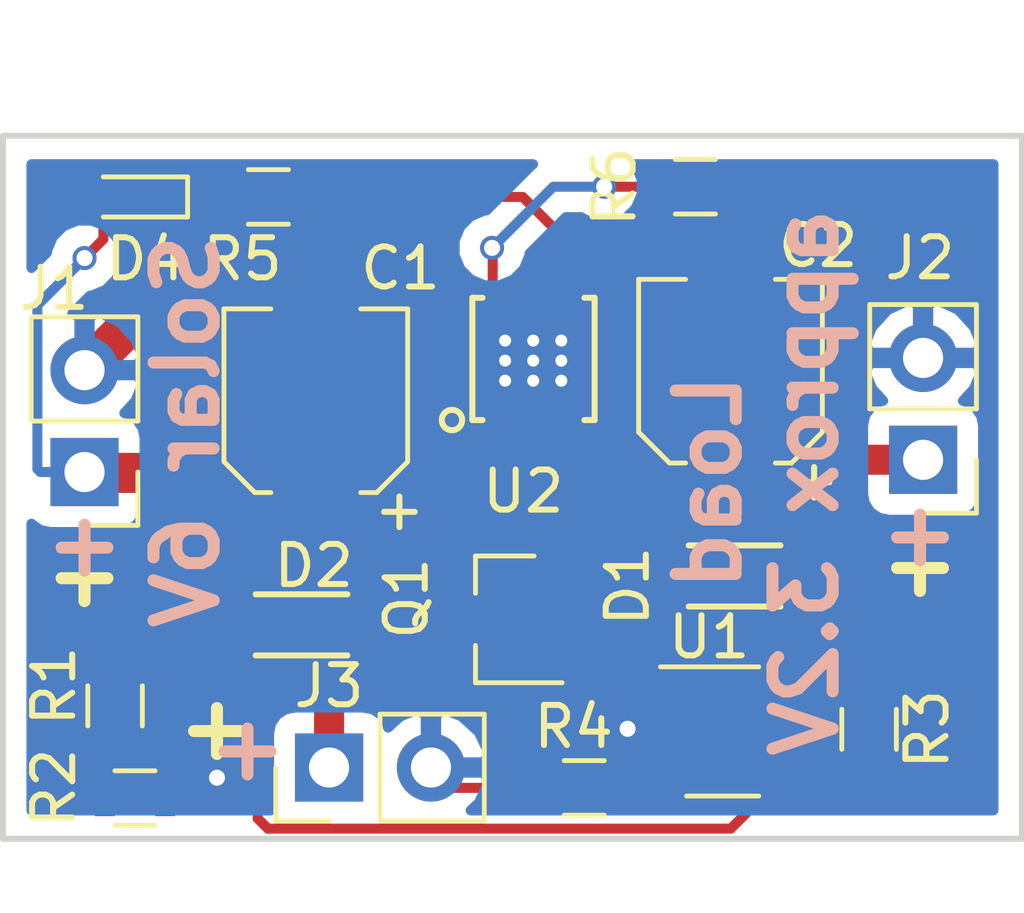
<source format=kicad_pcb>
(kicad_pcb (version 4) (host pcbnew 4.0.7-e2-6376~58~ubuntu16.04.1)

  (general
    (links 34)
    (no_connects 0)
    (area 88.824999 111.430999 114.375001 129.107001)
    (thickness 1.6)
    (drawings 15)
    (tracks 105)
    (zones 0)
    (modules 17)
    (nets 14)
  )

  (page A4)
  (layers
    (0 F.Cu signal)
    (31 B.Cu signal)
    (32 B.Adhes user)
    (33 F.Adhes user)
    (34 B.Paste user)
    (35 F.Paste user)
    (36 B.SilkS user)
    (37 F.SilkS user)
    (38 B.Mask user)
    (39 F.Mask user)
    (40 Dwgs.User user)
    (41 Cmts.User user)
    (42 Eco1.User user)
    (43 Eco2.User user)
    (44 Edge.Cuts user)
    (45 Margin user)
    (46 B.CrtYd user)
    (47 F.CrtYd user)
    (48 B.Fab user)
    (49 F.Fab user)
  )

  (setup
    (last_trace_width 0.25)
    (user_trace_width 0.5)
    (user_trace_width 0.75)
    (user_trace_width 1)
    (user_trace_width 2)
    (trace_clearance 0.2)
    (zone_clearance 0.508)
    (zone_45_only no)
    (trace_min 0.2)
    (segment_width 0.2)
    (edge_width 0.15)
    (via_size 0.6)
    (via_drill 0.4)
    (via_min_size 0.4)
    (via_min_drill 0.3)
    (uvia_size 0.3)
    (uvia_drill 0.1)
    (uvias_allowed no)
    (uvia_min_size 0.2)
    (uvia_min_drill 0.1)
    (pcb_text_width 0.3)
    (pcb_text_size 1.5 1.5)
    (mod_edge_width 0.15)
    (mod_text_size 1 1)
    (mod_text_width 0.15)
    (pad_size 1.524 1.524)
    (pad_drill 0.762)
    (pad_to_mask_clearance 0.2)
    (aux_axis_origin 0 0)
    (visible_elements FFFFFF7F)
    (pcbplotparams
      (layerselection 0x00030_80000001)
      (usegerberextensions false)
      (excludeedgelayer true)
      (linewidth 0.100000)
      (plotframeref false)
      (viasonmask false)
      (mode 1)
      (useauxorigin false)
      (hpglpennumber 1)
      (hpglpenspeed 20)
      (hpglpendiameter 15)
      (hpglpenoverlay 2)
      (psnegative false)
      (psa4output false)
      (plotreference true)
      (plotvalue true)
      (plotinvisibletext false)
      (padsonsilk false)
      (subtractmaskfromsilk false)
      (outputformat 1)
      (mirror false)
      (drillshape 1)
      (scaleselection 1)
      (outputdirectory ""))
  )

  (net 0 "")
  (net 1 VDD)
  (net 2 "Net-(D4-Pad1)")
  (net 3 GND)
  (net 4 VBAT)
  (net 5 "Net-(Q1-Pad1)")
  (net 6 "Net-(D1-Pad1)")
  (net 7 /loadsharing/VSHARED)
  (net 8 /loadsharing/HALF_VDD)
  (net 9 /loadsharing/HALF_VBAT)
  (net 10 "Net-(R5-Pad2)")
  (net 11 "Net-(R6-Pad2)")
  (net 12 "Net-(U2-Pad6)")
  (net 13 "Net-(U2-Pad5)")

  (net_class Default "This is the default net class."
    (clearance 0.2)
    (trace_width 0.25)
    (via_dia 0.6)
    (via_drill 0.4)
    (uvia_dia 0.3)
    (uvia_drill 0.1)
    (add_net /loadsharing/HALF_VBAT)
    (add_net /loadsharing/HALF_VDD)
    (add_net /loadsharing/VSHARED)
    (add_net GND)
    (add_net "Net-(D1-Pad1)")
    (add_net "Net-(D4-Pad1)")
    (add_net "Net-(Q1-Pad1)")
    (add_net "Net-(R5-Pad2)")
    (add_net "Net-(R6-Pad2)")
    (add_net "Net-(U2-Pad5)")
    (add_net "Net-(U2-Pad6)")
    (add_net VBAT)
    (add_net VDD)
  )

  (module LEDs:LED_0603 (layer F.Cu) (tedit 57FE93A5) (tstamp 5A1BAC48)
    (at 92.202 113.03 180)
    (descr "LED 0603 smd package")
    (tags "LED led 0603 SMD smd SMT smt smdled SMDLED smtled SMTLED")
    (path /5A1BA42D/5A1BB234)
    (attr smd)
    (fp_text reference D4 (at -0.254 -1.5494 180) (layer F.SilkS)
      (effects (font (size 1 1) (thickness 0.15)))
    )
    (fp_text value LED (at 2.413 -0.1778 450) (layer F.Fab)
      (effects (font (size 1 1) (thickness 0.15)))
    )
    (fp_line (start -1.3 -0.5) (end -1.3 0.5) (layer F.SilkS) (width 0.12))
    (fp_line (start -0.2 -0.2) (end -0.2 0.2) (layer F.Fab) (width 0.1))
    (fp_line (start -0.15 0) (end 0.15 -0.2) (layer F.Fab) (width 0.1))
    (fp_line (start 0.15 0.2) (end -0.15 0) (layer F.Fab) (width 0.1))
    (fp_line (start 0.15 -0.2) (end 0.15 0.2) (layer F.Fab) (width 0.1))
    (fp_line (start 0.8 0.4) (end -0.8 0.4) (layer F.Fab) (width 0.1))
    (fp_line (start 0.8 -0.4) (end 0.8 0.4) (layer F.Fab) (width 0.1))
    (fp_line (start -0.8 -0.4) (end 0.8 -0.4) (layer F.Fab) (width 0.1))
    (fp_line (start -0.8 0.4) (end -0.8 -0.4) (layer F.Fab) (width 0.1))
    (fp_line (start -1.3 0.5) (end 0.8 0.5) (layer F.SilkS) (width 0.12))
    (fp_line (start -1.3 -0.5) (end 0.8 -0.5) (layer F.SilkS) (width 0.12))
    (fp_line (start 1.45 -0.65) (end 1.45 0.65) (layer F.CrtYd) (width 0.05))
    (fp_line (start 1.45 0.65) (end -1.45 0.65) (layer F.CrtYd) (width 0.05))
    (fp_line (start -1.45 0.65) (end -1.45 -0.65) (layer F.CrtYd) (width 0.05))
    (fp_line (start -1.45 -0.65) (end 1.45 -0.65) (layer F.CrtYd) (width 0.05))
    (pad 2 smd rect (at 0.8 0) (size 0.8 0.8) (layers F.Cu F.Paste F.Mask)
      (net 1 VDD))
    (pad 1 smd rect (at -0.8 0) (size 0.8 0.8) (layers F.Cu F.Paste F.Mask)
      (net 2 "Net-(D4-Pad1)"))
    (model ${KISYS3DMOD}/LEDs.3dshapes/LED_0603.wrl
      (at (xyz 0 0 0))
      (scale (xyz 1 1 1))
      (rotate (xyz 0 0 180))
    )
  )

  (module Pin_Headers:Pin_Header_Straight_1x02_Pitch2.54mm (layer F.Cu) (tedit 59650532) (tstamp 5A1BAC4E)
    (at 90.932 119.888 180)
    (descr "Through hole straight pin header, 1x02, 2.54mm pitch, single row")
    (tags "Through hole pin header THT 1x02 2.54mm single row")
    (path /5A1BA42D/5A1BB23A)
    (fp_text reference J1 (at 0.762 4.572 360) (layer F.SilkS)
      (effects (font (size 1 1) (thickness 0.15)))
    )
    (fp_text value SolarPanel (at -1.3462 7.5946 450) (layer F.Fab)
      (effects (font (size 1 1) (thickness 0.15)))
    )
    (fp_line (start -0.635 -1.27) (end 1.27 -1.27) (layer F.Fab) (width 0.1))
    (fp_line (start 1.27 -1.27) (end 1.27 3.81) (layer F.Fab) (width 0.1))
    (fp_line (start 1.27 3.81) (end -1.27 3.81) (layer F.Fab) (width 0.1))
    (fp_line (start -1.27 3.81) (end -1.27 -0.635) (layer F.Fab) (width 0.1))
    (fp_line (start -1.27 -0.635) (end -0.635 -1.27) (layer F.Fab) (width 0.1))
    (fp_line (start -1.33 3.87) (end 1.33 3.87) (layer F.SilkS) (width 0.12))
    (fp_line (start -1.33 1.27) (end -1.33 3.87) (layer F.SilkS) (width 0.12))
    (fp_line (start 1.33 1.27) (end 1.33 3.87) (layer F.SilkS) (width 0.12))
    (fp_line (start -1.33 1.27) (end 1.33 1.27) (layer F.SilkS) (width 0.12))
    (fp_line (start -1.33 0) (end -1.33 -1.33) (layer F.SilkS) (width 0.12))
    (fp_line (start -1.33 -1.33) (end 0 -1.33) (layer F.SilkS) (width 0.12))
    (fp_line (start -1.8 -1.8) (end -1.8 4.35) (layer F.CrtYd) (width 0.05))
    (fp_line (start -1.8 4.35) (end 1.8 4.35) (layer F.CrtYd) (width 0.05))
    (fp_line (start 1.8 4.35) (end 1.8 -1.8) (layer F.CrtYd) (width 0.05))
    (fp_line (start 1.8 -1.8) (end -1.8 -1.8) (layer F.CrtYd) (width 0.05))
    (fp_text user %R (at 0 1.27 270) (layer F.Fab)
      (effects (font (size 1 1) (thickness 0.15)))
    )
    (pad 1 thru_hole rect (at 0 0 180) (size 1.7 1.7) (drill 1) (layers *.Cu *.Mask)
      (net 1 VDD))
    (pad 2 thru_hole oval (at 0 2.54 180) (size 1.7 1.7) (drill 1) (layers *.Cu *.Mask)
      (net 3 GND))
    (model ${KISYS3DMOD}/Pin_Headers.3dshapes/Pin_Header_Straight_1x02_Pitch2.54mm.wrl
      (at (xyz 0 0 0))
      (scale (xyz 1 1 1))
      (rotate (xyz 0 0 0))
    )
  )

  (module Pin_Headers:Pin_Header_Straight_1x02_Pitch2.54mm (layer F.Cu) (tedit 5A1BBD33) (tstamp 5A1BAC54)
    (at 111.8362 119.5832 180)
    (descr "Through hole straight pin header, 1x02, 2.54mm pitch, single row")
    (tags "Through hole pin header THT 1x02 2.54mm single row")
    (path /5A1BA42D/5A1BB239)
    (fp_text reference J2 (at 0.0762 5.0292 180) (layer F.SilkS)
      (effects (font (size 1 1) (thickness 0.15)))
    )
    (fp_text value "LiFePo4 Battery" (at -3.048 5.334 180) (layer F.Fab) hide
      (effects (font (size 1 1) (thickness 0.15)))
    )
    (fp_line (start -0.635 -1.27) (end 1.27 -1.27) (layer F.Fab) (width 0.1))
    (fp_line (start 1.27 -1.27) (end 1.27 3.81) (layer F.Fab) (width 0.1))
    (fp_line (start 1.27 3.81) (end -1.27 3.81) (layer F.Fab) (width 0.1))
    (fp_line (start -1.27 3.81) (end -1.27 -0.635) (layer F.Fab) (width 0.1))
    (fp_line (start -1.27 -0.635) (end -0.635 -1.27) (layer F.Fab) (width 0.1))
    (fp_line (start -1.33 3.87) (end 1.33 3.87) (layer F.SilkS) (width 0.12))
    (fp_line (start -1.33 1.27) (end -1.33 3.87) (layer F.SilkS) (width 0.12))
    (fp_line (start 1.33 1.27) (end 1.33 3.87) (layer F.SilkS) (width 0.12))
    (fp_line (start -1.33 1.27) (end 1.33 1.27) (layer F.SilkS) (width 0.12))
    (fp_line (start -1.33 0) (end -1.33 -1.33) (layer F.SilkS) (width 0.12))
    (fp_line (start -1.33 -1.33) (end 0 -1.33) (layer F.SilkS) (width 0.12))
    (fp_line (start -1.8 -1.8) (end -1.8 4.35) (layer F.CrtYd) (width 0.05))
    (fp_line (start -1.8 4.35) (end 1.8 4.35) (layer F.CrtYd) (width 0.05))
    (fp_line (start 1.8 4.35) (end 1.8 -1.8) (layer F.CrtYd) (width 0.05))
    (fp_line (start 1.8 -1.8) (end -1.8 -1.8) (layer F.CrtYd) (width 0.05))
    (fp_text user %R (at 0 1.27 270) (layer F.Fab)
      (effects (font (size 1 1) (thickness 0.15)))
    )
    (pad 1 thru_hole rect (at 0 0 180) (size 1.7 1.7) (drill 1) (layers *.Cu *.Mask)
      (net 4 VBAT))
    (pad 2 thru_hole oval (at 0 2.54 180) (size 1.7 1.7) (drill 1) (layers *.Cu *.Mask)
      (net 3 GND))
    (model ${KISYS3DMOD}/Pin_Headers.3dshapes/Pin_Header_Straight_1x02_Pitch2.54mm.wrl
      (at (xyz 0 0 0))
      (scale (xyz 1 1 1))
      (rotate (xyz 0 0 0))
    )
  )

  (module TO_SOT_Packages_SMD:SOT-23 (layer F.Cu) (tedit 5A1BBF15) (tstamp 5A1BAC5B)
    (at 101.4382 123.5608 180)
    (descr "SOT-23, Standard")
    (tags SOT-23)
    (path /5A1BE5B5/5A1BE6E3)
    (attr smd)
    (fp_text reference Q1 (at 2.4798 0.5232 270) (layer F.SilkS)
      (effects (font (size 1 1) (thickness 0.15)))
    )
    (fp_text value DMP1045U7 (at -1.3048 2.5 180) (layer F.Fab) hide
      (effects (font (size 1 1) (thickness 0.15)))
    )
    (fp_text user %R (at 0 0 270) (layer F.Fab)
      (effects (font (size 0.5 0.5) (thickness 0.075)))
    )
    (fp_line (start -0.7 -0.95) (end -0.7 1.5) (layer F.Fab) (width 0.1))
    (fp_line (start -0.15 -1.52) (end 0.7 -1.52) (layer F.Fab) (width 0.1))
    (fp_line (start -0.7 -0.95) (end -0.15 -1.52) (layer F.Fab) (width 0.1))
    (fp_line (start 0.7 -1.52) (end 0.7 1.52) (layer F.Fab) (width 0.1))
    (fp_line (start -0.7 1.52) (end 0.7 1.52) (layer F.Fab) (width 0.1))
    (fp_line (start 0.76 1.58) (end 0.76 0.65) (layer F.SilkS) (width 0.12))
    (fp_line (start 0.76 -1.58) (end 0.76 -0.65) (layer F.SilkS) (width 0.12))
    (fp_line (start -1.7 -1.75) (end 1.7 -1.75) (layer F.CrtYd) (width 0.05))
    (fp_line (start 1.7 -1.75) (end 1.7 1.75) (layer F.CrtYd) (width 0.05))
    (fp_line (start 1.7 1.75) (end -1.7 1.75) (layer F.CrtYd) (width 0.05))
    (fp_line (start -1.7 1.75) (end -1.7 -1.75) (layer F.CrtYd) (width 0.05))
    (fp_line (start 0.76 -1.58) (end -1.4 -1.58) (layer F.SilkS) (width 0.12))
    (fp_line (start 0.76 1.58) (end -0.7 1.58) (layer F.SilkS) (width 0.12))
    (pad 1 smd rect (at -1 -0.95 180) (size 0.9 0.8) (layers F.Cu F.Paste F.Mask)
      (net 5 "Net-(Q1-Pad1)"))
    (pad 2 smd rect (at -1 0.95 180) (size 0.9 0.8) (layers F.Cu F.Paste F.Mask)
      (net 6 "Net-(D1-Pad1)"))
    (pad 3 smd rect (at 1 0 180) (size 0.9 0.8) (layers F.Cu F.Paste F.Mask)
      (net 7 /loadsharing/VSHARED))
    (model ${KISYS3DMOD}/TO_SOT_Packages_SMD.3dshapes/SOT-23.wrl
      (at (xyz 0 0 0))
      (scale (xyz 1 1 1))
      (rotate (xyz 0 0 0))
    )
  )

  (module Resistors_SMD:R_0603 (layer F.Cu) (tedit 58E0A804) (tstamp 5A1BAC61)
    (at 91.694 125.718 270)
    (descr "Resistor SMD 0603, reflow soldering, Vishay (see dcrcw.pdf)")
    (tags "resistor 0603")
    (path /5A1BE5B5/5A1BE6E7)
    (attr smd)
    (fp_text reference R1 (at -0.496 1.524 450) (layer F.SilkS)
      (effects (font (size 1 1) (thickness 0.15)))
    )
    (fp_text value 100K (at -0.4438 1.7018 270) (layer F.Fab)
      (effects (font (size 1 1) (thickness 0.15)))
    )
    (fp_text user %R (at 0 0 270) (layer F.Fab)
      (effects (font (size 0.4 0.4) (thickness 0.075)))
    )
    (fp_line (start -0.8 0.4) (end -0.8 -0.4) (layer F.Fab) (width 0.1))
    (fp_line (start 0.8 0.4) (end -0.8 0.4) (layer F.Fab) (width 0.1))
    (fp_line (start 0.8 -0.4) (end 0.8 0.4) (layer F.Fab) (width 0.1))
    (fp_line (start -0.8 -0.4) (end 0.8 -0.4) (layer F.Fab) (width 0.1))
    (fp_line (start 0.5 0.68) (end -0.5 0.68) (layer F.SilkS) (width 0.12))
    (fp_line (start -0.5 -0.68) (end 0.5 -0.68) (layer F.SilkS) (width 0.12))
    (fp_line (start -1.25 -0.7) (end 1.25 -0.7) (layer F.CrtYd) (width 0.05))
    (fp_line (start -1.25 -0.7) (end -1.25 0.7) (layer F.CrtYd) (width 0.05))
    (fp_line (start 1.25 0.7) (end 1.25 -0.7) (layer F.CrtYd) (width 0.05))
    (fp_line (start 1.25 0.7) (end -1.25 0.7) (layer F.CrtYd) (width 0.05))
    (pad 1 smd rect (at -0.75 0 270) (size 0.5 0.9) (layers F.Cu F.Paste F.Mask)
      (net 1 VDD))
    (pad 2 smd rect (at 0.75 0 270) (size 0.5 0.9) (layers F.Cu F.Paste F.Mask)
      (net 8 /loadsharing/HALF_VDD))
    (model ${KISYS3DMOD}/Resistors_SMD.3dshapes/R_0603.wrl
      (at (xyz 0 0 0))
      (scale (xyz 1 1 1))
      (rotate (xyz 0 0 0))
    )
  )

  (module Resistors_SMD:R_0603 (layer F.Cu) (tedit 58E0A804) (tstamp 5A1BAC67)
    (at 92.19 128.016)
    (descr "Resistor SMD 0603, reflow soldering, Vishay (see dcrcw.pdf)")
    (tags "resistor 0603")
    (path /5A1BE5B5/5A1BE6E8)
    (attr smd)
    (fp_text reference R2 (at -2.02 -0.254 90) (layer F.SilkS)
      (effects (font (size 1 1) (thickness 0.15)))
    )
    (fp_text value 100K (at 0.5722 1.5494) (layer F.Fab)
      (effects (font (size 1 1) (thickness 0.15)))
    )
    (fp_text user %R (at 0 0) (layer F.Fab)
      (effects (font (size 0.4 0.4) (thickness 0.075)))
    )
    (fp_line (start -0.8 0.4) (end -0.8 -0.4) (layer F.Fab) (width 0.1))
    (fp_line (start 0.8 0.4) (end -0.8 0.4) (layer F.Fab) (width 0.1))
    (fp_line (start 0.8 -0.4) (end 0.8 0.4) (layer F.Fab) (width 0.1))
    (fp_line (start -0.8 -0.4) (end 0.8 -0.4) (layer F.Fab) (width 0.1))
    (fp_line (start 0.5 0.68) (end -0.5 0.68) (layer F.SilkS) (width 0.12))
    (fp_line (start -0.5 -0.68) (end 0.5 -0.68) (layer F.SilkS) (width 0.12))
    (fp_line (start -1.25 -0.7) (end 1.25 -0.7) (layer F.CrtYd) (width 0.05))
    (fp_line (start -1.25 -0.7) (end -1.25 0.7) (layer F.CrtYd) (width 0.05))
    (fp_line (start 1.25 0.7) (end 1.25 -0.7) (layer F.CrtYd) (width 0.05))
    (fp_line (start 1.25 0.7) (end -1.25 0.7) (layer F.CrtYd) (width 0.05))
    (pad 1 smd rect (at -0.75 0) (size 0.5 0.9) (layers F.Cu F.Paste F.Mask)
      (net 8 /loadsharing/HALF_VDD))
    (pad 2 smd rect (at 0.75 0) (size 0.5 0.9) (layers F.Cu F.Paste F.Mask)
      (net 3 GND))
    (model ${KISYS3DMOD}/Resistors_SMD.3dshapes/R_0603.wrl
      (at (xyz 0 0 0))
      (scale (xyz 1 1 1))
      (rotate (xyz 0 0 0))
    )
  )

  (module Resistors_SMD:R_0603 (layer F.Cu) (tedit 58E0A804) (tstamp 5A1BAC6D)
    (at 110.49 126.3008 270)
    (descr "Resistor SMD 0603, reflow soldering, Vishay (see dcrcw.pdf)")
    (tags "resistor 0603")
    (path /5A1BE5B5/5A1BE6E9)
    (attr smd)
    (fp_text reference R3 (at 0 -1.45 270) (layer F.SilkS)
      (effects (font (size 1 1) (thickness 0.15)))
    )
    (fp_text value 100K (at 0 1.5 270) (layer F.Fab)
      (effects (font (size 1 1) (thickness 0.15)))
    )
    (fp_text user %R (at 0 0 270) (layer F.Fab)
      (effects (font (size 0.4 0.4) (thickness 0.075)))
    )
    (fp_line (start -0.8 0.4) (end -0.8 -0.4) (layer F.Fab) (width 0.1))
    (fp_line (start 0.8 0.4) (end -0.8 0.4) (layer F.Fab) (width 0.1))
    (fp_line (start 0.8 -0.4) (end 0.8 0.4) (layer F.Fab) (width 0.1))
    (fp_line (start -0.8 -0.4) (end 0.8 -0.4) (layer F.Fab) (width 0.1))
    (fp_line (start 0.5 0.68) (end -0.5 0.68) (layer F.SilkS) (width 0.12))
    (fp_line (start -0.5 -0.68) (end 0.5 -0.68) (layer F.SilkS) (width 0.12))
    (fp_line (start -1.25 -0.7) (end 1.25 -0.7) (layer F.CrtYd) (width 0.05))
    (fp_line (start -1.25 -0.7) (end -1.25 0.7) (layer F.CrtYd) (width 0.05))
    (fp_line (start 1.25 0.7) (end 1.25 -0.7) (layer F.CrtYd) (width 0.05))
    (fp_line (start 1.25 0.7) (end -1.25 0.7) (layer F.CrtYd) (width 0.05))
    (pad 1 smd rect (at -0.75 0 270) (size 0.5 0.9) (layers F.Cu F.Paste F.Mask)
      (net 4 VBAT))
    (pad 2 smd rect (at 0.75 0 270) (size 0.5 0.9) (layers F.Cu F.Paste F.Mask)
      (net 9 /loadsharing/HALF_VBAT))
    (model ${KISYS3DMOD}/Resistors_SMD.3dshapes/R_0603.wrl
      (at (xyz 0 0 0))
      (scale (xyz 1 1 1))
      (rotate (xyz 0 0 0))
    )
  )

  (module Resistors_SMD:R_0603 (layer F.Cu) (tedit 58E0A804) (tstamp 5A1BAC73)
    (at 103.39 127.762 180)
    (descr "Resistor SMD 0603, reflow soldering, Vishay (see dcrcw.pdf)")
    (tags "resistor 0603")
    (path /5A1BE5B5/5A1BE6EA)
    (attr smd)
    (fp_text reference R4 (at 0.266 1.524 360) (layer F.SilkS)
      (effects (font (size 1 1) (thickness 0.15)))
    )
    (fp_text value 100K (at 0 1.5 180) (layer F.Fab)
      (effects (font (size 1 1) (thickness 0.15)))
    )
    (fp_text user %R (at 0 0 180) (layer F.Fab)
      (effects (font (size 0.4 0.4) (thickness 0.075)))
    )
    (fp_line (start -0.8 0.4) (end -0.8 -0.4) (layer F.Fab) (width 0.1))
    (fp_line (start 0.8 0.4) (end -0.8 0.4) (layer F.Fab) (width 0.1))
    (fp_line (start 0.8 -0.4) (end 0.8 0.4) (layer F.Fab) (width 0.1))
    (fp_line (start -0.8 -0.4) (end 0.8 -0.4) (layer F.Fab) (width 0.1))
    (fp_line (start 0.5 0.68) (end -0.5 0.68) (layer F.SilkS) (width 0.12))
    (fp_line (start -0.5 -0.68) (end 0.5 -0.68) (layer F.SilkS) (width 0.12))
    (fp_line (start -1.25 -0.7) (end 1.25 -0.7) (layer F.CrtYd) (width 0.05))
    (fp_line (start -1.25 -0.7) (end -1.25 0.7) (layer F.CrtYd) (width 0.05))
    (fp_line (start 1.25 0.7) (end 1.25 -0.7) (layer F.CrtYd) (width 0.05))
    (fp_line (start 1.25 0.7) (end -1.25 0.7) (layer F.CrtYd) (width 0.05))
    (pad 1 smd rect (at -0.75 0 180) (size 0.5 0.9) (layers F.Cu F.Paste F.Mask)
      (net 9 /loadsharing/HALF_VBAT))
    (pad 2 smd rect (at 0.75 0 180) (size 0.5 0.9) (layers F.Cu F.Paste F.Mask)
      (net 3 GND))
    (model ${KISYS3DMOD}/Resistors_SMD.3dshapes/R_0603.wrl
      (at (xyz 0 0 0))
      (scale (xyz 1 1 1))
      (rotate (xyz 0 0 0))
    )
  )

  (module Resistors_SMD:R_0603 (layer F.Cu) (tedit 58E0A804) (tstamp 5A1BAC79)
    (at 95.516 113.03)
    (descr "Resistor SMD 0603, reflow soldering, Vishay (see dcrcw.pdf)")
    (tags "resistor 0603")
    (path /5A1BA42D/5A1BB235)
    (attr smd)
    (fp_text reference R5 (at -0.647 1.5494) (layer F.SilkS)
      (effects (font (size 1 1) (thickness 0.15)))
    )
    (fp_text value 1K (at 2.0962 0.1524 90) (layer F.Fab)
      (effects (font (size 1 1) (thickness 0.15)))
    )
    (fp_text user %R (at 1.5882 0.0508 90) (layer F.Fab)
      (effects (font (size 0.4 0.4) (thickness 0.075)))
    )
    (fp_line (start -0.8 0.4) (end -0.8 -0.4) (layer F.Fab) (width 0.1))
    (fp_line (start 0.8 0.4) (end -0.8 0.4) (layer F.Fab) (width 0.1))
    (fp_line (start 0.8 -0.4) (end 0.8 0.4) (layer F.Fab) (width 0.1))
    (fp_line (start -0.8 -0.4) (end 0.8 -0.4) (layer F.Fab) (width 0.1))
    (fp_line (start 0.5 0.68) (end -0.5 0.68) (layer F.SilkS) (width 0.12))
    (fp_line (start -0.5 -0.68) (end 0.5 -0.68) (layer F.SilkS) (width 0.12))
    (fp_line (start -1.25 -0.7) (end 1.25 -0.7) (layer F.CrtYd) (width 0.05))
    (fp_line (start -1.25 -0.7) (end -1.25 0.7) (layer F.CrtYd) (width 0.05))
    (fp_line (start 1.25 0.7) (end 1.25 -0.7) (layer F.CrtYd) (width 0.05))
    (fp_line (start 1.25 0.7) (end -1.25 0.7) (layer F.CrtYd) (width 0.05))
    (pad 1 smd rect (at -0.75 0) (size 0.5 0.9) (layers F.Cu F.Paste F.Mask)
      (net 2 "Net-(D4-Pad1)"))
    (pad 2 smd rect (at 0.75 0) (size 0.5 0.9) (layers F.Cu F.Paste F.Mask)
      (net 10 "Net-(R5-Pad2)"))
    (model ${KISYS3DMOD}/Resistors_SMD.3dshapes/R_0603.wrl
      (at (xyz 0 0 0))
      (scale (xyz 1 1 1))
      (rotate (xyz 0 0 0))
    )
  )

  (module Resistors_SMD:R_0603 (layer F.Cu) (tedit 58E0A804) (tstamp 5A1BAC7F)
    (at 106.16 112.776 180)
    (descr "Resistor SMD 0603, reflow soldering, Vishay (see dcrcw.pdf)")
    (tags "resistor 0603")
    (path /5A1BA42D/5A1BB236)
    (attr smd)
    (fp_text reference R6 (at 2.02 0 270) (layer F.SilkS)
      (effects (font (size 1 1) (thickness 0.15)))
    )
    (fp_text value 1.15K (at -4.4824 0.0508 180) (layer F.Fab)
      (effects (font (size 1 1) (thickness 0.15)))
    )
    (fp_text user %R (at 0 0 180) (layer F.Fab)
      (effects (font (size 0.4 0.4) (thickness 0.075)))
    )
    (fp_line (start -0.8 0.4) (end -0.8 -0.4) (layer F.Fab) (width 0.1))
    (fp_line (start 0.8 0.4) (end -0.8 0.4) (layer F.Fab) (width 0.1))
    (fp_line (start 0.8 -0.4) (end 0.8 0.4) (layer F.Fab) (width 0.1))
    (fp_line (start -0.8 -0.4) (end 0.8 -0.4) (layer F.Fab) (width 0.1))
    (fp_line (start 0.5 0.68) (end -0.5 0.68) (layer F.SilkS) (width 0.12))
    (fp_line (start -0.5 -0.68) (end 0.5 -0.68) (layer F.SilkS) (width 0.12))
    (fp_line (start -1.25 -0.7) (end 1.25 -0.7) (layer F.CrtYd) (width 0.05))
    (fp_line (start -1.25 -0.7) (end -1.25 0.7) (layer F.CrtYd) (width 0.05))
    (fp_line (start 1.25 0.7) (end 1.25 -0.7) (layer F.CrtYd) (width 0.05))
    (fp_line (start 1.25 0.7) (end -1.25 0.7) (layer F.CrtYd) (width 0.05))
    (pad 1 smd rect (at -0.75 0 180) (size 0.5 0.9) (layers F.Cu F.Paste F.Mask)
      (net 3 GND))
    (pad 2 smd rect (at 0.75 0 180) (size 0.5 0.9) (layers F.Cu F.Paste F.Mask)
      (net 11 "Net-(R6-Pad2)"))
    (model ${KISYS3DMOD}/Resistors_SMD.3dshapes/R_0603.wrl
      (at (xyz 0 0 0))
      (scale (xyz 1 1 1))
      (rotate (xyz 0 0 0))
    )
  )

  (module TO_SOT_Packages_SMD:SOT-23-5 (layer F.Cu) (tedit 58CE4E7E) (tstamp 5A1BAC88)
    (at 106.8402 126.3548)
    (descr "5-pin SOT23 package")
    (tags SOT-23-5)
    (path /5A1BE5B5/5A1BE6E4)
    (attr smd)
    (fp_text reference U1 (at -0.338 -2.352) (layer F.SilkS)
      (effects (font (size 1 1) (thickness 0.15)))
    )
    (fp_text value TS391ILT (at 0.0938 3.6932) (layer F.Fab)
      (effects (font (size 1 1) (thickness 0.15)))
    )
    (fp_text user %R (at 0 0 90) (layer F.Fab)
      (effects (font (size 0.5 0.5) (thickness 0.075)))
    )
    (fp_line (start -0.9 1.61) (end 0.9 1.61) (layer F.SilkS) (width 0.12))
    (fp_line (start 0.9 -1.61) (end -1.55 -1.61) (layer F.SilkS) (width 0.12))
    (fp_line (start -1.9 -1.8) (end 1.9 -1.8) (layer F.CrtYd) (width 0.05))
    (fp_line (start 1.9 -1.8) (end 1.9 1.8) (layer F.CrtYd) (width 0.05))
    (fp_line (start 1.9 1.8) (end -1.9 1.8) (layer F.CrtYd) (width 0.05))
    (fp_line (start -1.9 1.8) (end -1.9 -1.8) (layer F.CrtYd) (width 0.05))
    (fp_line (start -0.9 -0.9) (end -0.25 -1.55) (layer F.Fab) (width 0.1))
    (fp_line (start 0.9 -1.55) (end -0.25 -1.55) (layer F.Fab) (width 0.1))
    (fp_line (start -0.9 -0.9) (end -0.9 1.55) (layer F.Fab) (width 0.1))
    (fp_line (start 0.9 1.55) (end -0.9 1.55) (layer F.Fab) (width 0.1))
    (fp_line (start 0.9 -1.55) (end 0.9 1.55) (layer F.Fab) (width 0.1))
    (pad 1 smd rect (at -1.1 -0.95) (size 1.06 0.65) (layers F.Cu F.Paste F.Mask)
      (net 5 "Net-(Q1-Pad1)"))
    (pad 2 smd rect (at -1.1 0) (size 1.06 0.65) (layers F.Cu F.Paste F.Mask)
      (net 3 GND))
    (pad 3 smd rect (at -1.1 0.95) (size 1.06 0.65) (layers F.Cu F.Paste F.Mask)
      (net 9 /loadsharing/HALF_VBAT))
    (pad 4 smd rect (at 1.1 0.95) (size 1.06 0.65) (layers F.Cu F.Paste F.Mask)
      (net 8 /loadsharing/HALF_VDD))
    (pad 5 smd rect (at 1.1 -0.95) (size 1.06 0.65) (layers F.Cu F.Paste F.Mask)
      (net 4 VBAT))
    (model ${KISYS3DMOD}/TO_SOT_Packages_SMD.3dshapes/SOT-23-5.wrl
      (at (xyz 0 0 0))
      (scale (xyz 1 1 1))
      (rotate (xyz 0 0 0))
    )
  )

  (module dics-exotic-footprints:DFN10-3x3x0.9-MF (layer F.Cu) (tedit 5A1BAA89) (tstamp 5A1BAC9E)
    (at 101.108 115.544)
    (path /5A1BA42D/5A1BB231)
    (fp_text reference U2 (at 0.762 4.826) (layer F.SilkS)
      (effects (font (size 1 1) (thickness 0.15)))
    )
    (fp_text value MCP73x23 (at 0.746 -1.778) (layer F.Fab)
      (effects (font (size 1 1) (thickness 0.15)))
    )
    (fp_line (start -0.508 0) (end -0.254 0) (layer F.SilkS) (width 0.15))
    (fp_line (start 2.54 0) (end 2.286 0) (layer F.SilkS) (width 0.15))
    (fp_line (start 2.54 3.048) (end 2.286 3.048) (layer F.SilkS) (width 0.15))
    (fp_line (start -0.508 3.048) (end -0.254 3.048) (layer F.SilkS) (width 0.15))
    (fp_circle (center -1.016 3.048) (end -1.016 3.302) (layer F.SilkS) (width 0.15))
    (fp_line (start 2.54 0) (end 2.54 3.048) (layer F.SilkS) (width 0.15))
    (fp_line (start -0.508 0) (end -0.508 3.048) (layer F.SilkS) (width 0.15))
    (pad 10 smd rect (at 0 0) (size 0.28 0.63) (layers F.Cu F.Paste F.Mask)
      (net 11 "Net-(R6-Pad2)"))
    (pad 9 smd rect (at 0.5 0) (size 0.28 0.63) (layers F.Cu F.Paste F.Mask)
      (net 3 GND))
    (pad 8 smd rect (at 1 0) (size 0.28 0.63) (layers F.Cu F.Paste F.Mask)
      (net 3 GND))
    (pad 7 smd rect (at 1.5 0) (size 0.28 0.63) (layers F.Cu F.Paste F.Mask)
      (net 10 "Net-(R5-Pad2)"))
    (pad 6 smd rect (at 2 0) (size 0.28 0.63) (layers F.Cu F.Paste F.Mask)
      (net 12 "Net-(U2-Pad6)"))
    (pad 5 smd rect (at 2 3.1) (size 0.28 0.63) (layers F.Cu F.Paste F.Mask)
      (net 13 "Net-(U2-Pad5)"))
    (pad 4 smd rect (at 1.5 3.1) (size 0.28 0.63) (layers F.Cu F.Paste F.Mask)
      (net 4 VBAT))
    (pad 3 smd rect (at 1 3.1) (size 0.28 0.63) (layers F.Cu F.Paste F.Mask)
      (net 4 VBAT))
    (pad 2 smd rect (at 0.5 3.1) (size 0.28 0.63) (layers F.Cu F.Paste F.Mask)
      (net 1 VDD))
    (pad 1 smd rect (at 0 3.1) (size 0.28 0.63) (layers F.Cu F.Paste F.Mask)
      (net 1 VDD))
    (pad 11 smd rect (at 1 1.55) (size 2.46 1.53) (layers F.Cu F.Paste F.Mask)
      (net 3 GND))
  )

  (module dics-exotic-footprints:SOD-323HE (layer F.Cu) (tedit 5A1BBD1D) (tstamp 5A1BB5D6)
    (at 106.5022 122.4788 270)
    (path /5A1BE5B5/5A1BE6E5)
    (fp_text reference D1 (at 0.254 2.032 270) (layer F.SilkS)
      (effects (font (size 1 1) (thickness 0.15)))
    )
    (fp_text value D_Schottky (at 0.254 -3.302 270) (layer F.Fab) hide
      (effects (font (size 1 1) (thickness 0.15)))
    )
    (fp_line (start -0.762 0.508) (end -0.762 -1.778) (layer F.SilkS) (width 0.15))
    (fp_line (start 0.762 0.508) (end 0.762 -1.778) (layer F.SilkS) (width 0.15))
    (pad 1 smd rect (at 0 0 270) (size 1.1 2) (layers F.Cu F.Paste F.Mask)
      (net 6 "Net-(D1-Pad1)"))
    (pad 2 smd rect (at 0 -1.9 270) (size 1.1 0.8) (layers F.Cu F.Paste F.Mask)
      (net 4 VBAT))
  )

  (module dics-exotic-footprints:SOD-323HE (layer F.Cu) (tedit 5A1BBD25) (tstamp 5A1BB5DE)
    (at 96.9772 123.698 90)
    (path /5A1BE5B5/5A1BE6E6)
    (fp_text reference D2 (at 1.4732 -0.3302 180) (layer F.SilkS)
      (effects (font (size 1 1) (thickness 0.15)))
    )
    (fp_text value D_Schottky (at 0.254 -3.302 90) (layer F.Fab) hide
      (effects (font (size 1 1) (thickness 0.15)))
    )
    (fp_line (start -0.762 0.508) (end -0.762 -1.778) (layer F.SilkS) (width 0.15))
    (fp_line (start 0.762 0.508) (end 0.762 -1.778) (layer F.SilkS) (width 0.15))
    (pad 1 smd rect (at 0 0 90) (size 1.1 2) (layers F.Cu F.Paste F.Mask)
      (net 7 /loadsharing/VSHARED))
    (pad 2 smd rect (at 0 -1.9 90) (size 1.1 0.8) (layers F.Cu F.Paste F.Mask)
      (net 1 VDD))
  )

  (module Capacitors_SMD:CP_Elec_4x5.7 (layer F.Cu) (tedit 58AA8612) (tstamp 5A1BB61D)
    (at 96.6978 118.11 90)
    (descr "SMT capacitor, aluminium electrolytic, 4x5.7")
    (path /5A1BA42D/5A1BB232)
    (attr smd)
    (fp_text reference C1 (at 3.302 2.1082 180) (layer F.SilkS)
      (effects (font (size 1 1) (thickness 0.15)))
    )
    (fp_text value 4.7uF (at -0.0254 -3.0226 90) (layer F.Fab)
      (effects (font (size 1 1) (thickness 0.15)))
    )
    (fp_circle (center 0 0) (end 0.3 2.1) (layer F.Fab) (width 0.1))
    (fp_text user + (at -1.1 -0.08 90) (layer F.Fab)
      (effects (font (size 1 1) (thickness 0.15)))
    )
    (fp_text user + (at -2.77 2.01 90) (layer F.SilkS)
      (effects (font (size 1 1) (thickness 0.15)))
    )
    (fp_text user %R (at 3.302 2.1082 360) (layer F.Fab)
      (effects (font (size 1 1) (thickness 0.15)))
    )
    (fp_line (start 2.13 2.13) (end 2.13 -2.13) (layer F.Fab) (width 0.1))
    (fp_line (start -1.46 2.13) (end 2.13 2.13) (layer F.Fab) (width 0.1))
    (fp_line (start -2.13 1.46) (end -1.46 2.13) (layer F.Fab) (width 0.1))
    (fp_line (start -2.13 -1.46) (end -2.13 1.46) (layer F.Fab) (width 0.1))
    (fp_line (start -1.46 -2.13) (end -2.13 -1.46) (layer F.Fab) (width 0.1))
    (fp_line (start 2.13 -2.13) (end -1.46 -2.13) (layer F.Fab) (width 0.1))
    (fp_line (start 2.29 2.29) (end 2.29 1.12) (layer F.SilkS) (width 0.12))
    (fp_line (start 2.29 -2.29) (end 2.29 -1.12) (layer F.SilkS) (width 0.12))
    (fp_line (start -2.29 -1.52) (end -2.29 -1.12) (layer F.SilkS) (width 0.12))
    (fp_line (start -2.29 1.52) (end -2.29 1.12) (layer F.SilkS) (width 0.12))
    (fp_line (start -1.52 2.29) (end 2.29 2.29) (layer F.SilkS) (width 0.12))
    (fp_line (start -1.52 2.29) (end -2.29 1.52) (layer F.SilkS) (width 0.12))
    (fp_line (start -1.52 -2.29) (end 2.29 -2.29) (layer F.SilkS) (width 0.12))
    (fp_line (start -1.52 -2.29) (end -2.29 -1.52) (layer F.SilkS) (width 0.12))
    (fp_line (start -3.35 -2.39) (end 3.35 -2.39) (layer F.CrtYd) (width 0.05))
    (fp_line (start -3.35 -2.39) (end -3.35 2.38) (layer F.CrtYd) (width 0.05))
    (fp_line (start 3.35 2.38) (end 3.35 -2.39) (layer F.CrtYd) (width 0.05))
    (fp_line (start 3.35 2.38) (end -3.35 2.38) (layer F.CrtYd) (width 0.05))
    (pad 1 smd rect (at -1.8 0 270) (size 2.6 1.6) (layers F.Cu F.Paste F.Mask)
      (net 1 VDD))
    (pad 2 smd rect (at 1.8 0 270) (size 2.6 1.6) (layers F.Cu F.Paste F.Mask)
      (net 3 GND))
    (model Capacitors_SMD.3dshapes/CP_Elec_4x5.7.wrl
      (at (xyz 0 0 0))
      (scale (xyz 1 1 1))
      (rotate (xyz 0 0 180))
    )
  )

  (module Capacitors_SMD:CP_Elec_4x5.7 (layer F.Cu) (tedit 58AA8612) (tstamp 5A1BB623)
    (at 107.0356 117.3734 90)
    (descr "SMT capacitor, aluminium electrolytic, 4x5.7")
    (path /5A1BA42D/5A1BB237)
    (attr smd)
    (fp_text reference C2 (at 3.1242 2.1844 180) (layer F.SilkS)
      (effects (font (size 1 1) (thickness 0.15)))
    )
    (fp_text value 4.7uF (at 0 -3.54 90) (layer F.Fab)
      (effects (font (size 1 1) (thickness 0.15)))
    )
    (fp_circle (center 0 0) (end 0.3 2.1) (layer F.Fab) (width 0.1))
    (fp_text user + (at -1.1 -0.08 90) (layer F.Fab)
      (effects (font (size 1 1) (thickness 0.15)))
    )
    (fp_text user + (at -2.77 2.01 90) (layer F.SilkS)
      (effects (font (size 1 1) (thickness 0.15)))
    )
    (fp_text user %R (at 4.0894 0.4064 180) (layer F.Fab)
      (effects (font (size 1 1) (thickness 0.15)))
    )
    (fp_line (start 2.13 2.13) (end 2.13 -2.13) (layer F.Fab) (width 0.1))
    (fp_line (start -1.46 2.13) (end 2.13 2.13) (layer F.Fab) (width 0.1))
    (fp_line (start -2.13 1.46) (end -1.46 2.13) (layer F.Fab) (width 0.1))
    (fp_line (start -2.13 -1.46) (end -2.13 1.46) (layer F.Fab) (width 0.1))
    (fp_line (start -1.46 -2.13) (end -2.13 -1.46) (layer F.Fab) (width 0.1))
    (fp_line (start 2.13 -2.13) (end -1.46 -2.13) (layer F.Fab) (width 0.1))
    (fp_line (start 2.29 2.29) (end 2.29 1.12) (layer F.SilkS) (width 0.12))
    (fp_line (start 2.29 -2.29) (end 2.29 -1.12) (layer F.SilkS) (width 0.12))
    (fp_line (start -2.29 -1.52) (end -2.29 -1.12) (layer F.SilkS) (width 0.12))
    (fp_line (start -2.29 1.52) (end -2.29 1.12) (layer F.SilkS) (width 0.12))
    (fp_line (start -1.52 2.29) (end 2.29 2.29) (layer F.SilkS) (width 0.12))
    (fp_line (start -1.52 2.29) (end -2.29 1.52) (layer F.SilkS) (width 0.12))
    (fp_line (start -1.52 -2.29) (end 2.29 -2.29) (layer F.SilkS) (width 0.12))
    (fp_line (start -1.52 -2.29) (end -2.29 -1.52) (layer F.SilkS) (width 0.12))
    (fp_line (start -3.35 -2.39) (end 3.35 -2.39) (layer F.CrtYd) (width 0.05))
    (fp_line (start -3.35 -2.39) (end -3.35 2.38) (layer F.CrtYd) (width 0.05))
    (fp_line (start 3.35 2.38) (end 3.35 -2.39) (layer F.CrtYd) (width 0.05))
    (fp_line (start 3.35 2.38) (end -3.35 2.38) (layer F.CrtYd) (width 0.05))
    (pad 1 smd rect (at -1.8 0 270) (size 2.6 1.6) (layers F.Cu F.Paste F.Mask)
      (net 4 VBAT))
    (pad 2 smd rect (at 1.8 0 270) (size 2.6 1.6) (layers F.Cu F.Paste F.Mask)
      (net 3 GND))
    (model Capacitors_SMD.3dshapes/CP_Elec_4x5.7.wrl
      (at (xyz 0 0 0))
      (scale (xyz 1 1 1))
      (rotate (xyz 0 0 180))
    )
  )

  (module Pin_Headers:Pin_Header_Straight_1x02_Pitch2.54mm (layer F.Cu) (tedit 59650532) (tstamp 5A1BC9BE)
    (at 97.028 127.254 90)
    (descr "Through hole straight pin header, 1x02, 2.54mm pitch, single row")
    (tags "Through hole pin header THT 1x02 2.54mm single row")
    (path /5A1C0660)
    (fp_text reference J3 (at 2.032 0 180) (layer F.SilkS)
      (effects (font (size 1 1) (thickness 0.15)))
    )
    (fp_text value Load (at -2.794 1.27 180) (layer F.Fab)
      (effects (font (size 1 1) (thickness 0.15)))
    )
    (fp_line (start -0.635 -1.27) (end 1.27 -1.27) (layer F.Fab) (width 0.1))
    (fp_line (start 1.27 -1.27) (end 1.27 3.81) (layer F.Fab) (width 0.1))
    (fp_line (start 1.27 3.81) (end -1.27 3.81) (layer F.Fab) (width 0.1))
    (fp_line (start -1.27 3.81) (end -1.27 -0.635) (layer F.Fab) (width 0.1))
    (fp_line (start -1.27 -0.635) (end -0.635 -1.27) (layer F.Fab) (width 0.1))
    (fp_line (start -1.33 3.87) (end 1.33 3.87) (layer F.SilkS) (width 0.12))
    (fp_line (start -1.33 1.27) (end -1.33 3.87) (layer F.SilkS) (width 0.12))
    (fp_line (start 1.33 1.27) (end 1.33 3.87) (layer F.SilkS) (width 0.12))
    (fp_line (start -1.33 1.27) (end 1.33 1.27) (layer F.SilkS) (width 0.12))
    (fp_line (start -1.33 0) (end -1.33 -1.33) (layer F.SilkS) (width 0.12))
    (fp_line (start -1.33 -1.33) (end 0 -1.33) (layer F.SilkS) (width 0.12))
    (fp_line (start -1.8 -1.8) (end -1.8 4.35) (layer F.CrtYd) (width 0.05))
    (fp_line (start -1.8 4.35) (end 1.8 4.35) (layer F.CrtYd) (width 0.05))
    (fp_line (start 1.8 4.35) (end 1.8 -1.8) (layer F.CrtYd) (width 0.05))
    (fp_line (start 1.8 -1.8) (end -1.8 -1.8) (layer F.CrtYd) (width 0.05))
    (fp_text user %R (at 0 1.27 180) (layer F.Fab)
      (effects (font (size 1 1) (thickness 0.15)))
    )
    (pad 1 thru_hole rect (at 0 0 90) (size 1.7 1.7) (drill 1) (layers *.Cu *.Mask)
      (net 7 /loadsharing/VSHARED))
    (pad 2 thru_hole oval (at 0 2.54 90) (size 1.7 1.7) (drill 1) (layers *.Cu *.Mask)
      (net 3 GND))
    (model ${KISYS3DMOD}/Pin_Headers.3dshapes/Pin_Header_Straight_1x02_Pitch2.54mm.wrl
      (at (xyz 0 0 0))
      (scale (xyz 1 1 1))
      (rotate (xyz 0 0 0))
    )
  )

  (gr_text + (at 94.996 126.746) (layer B.SilkS)
    (effects (font (size 1.5 1.5) (thickness 0.3)) (justify mirror))
  )
  (gr_text + (at 94.234 126.238) (layer F.SilkS)
    (effects (font (size 1.5 1.5) (thickness 0.3)))
  )
  (gr_text "+\n" (at 90.932 121.666) (layer B.SilkS)
    (effects (font (size 1.5 1.5) (thickness 0.3)) (justify mirror))
  )
  (gr_text + (at 111.76 121.412) (layer B.SilkS)
    (effects (font (size 1.5 1.5) (thickness 0.3)) (justify mirror))
  )
  (gr_text "Load\napprox 3.2V" (at 107.696 120.142 90) (layer B.SilkS)
    (effects (font (size 1.5 1.5) (thickness 0.3)) (justify mirror))
  )
  (gr_text "Solar 6V" (at 93.472 118.872 90) (layer B.SilkS)
    (effects (font (size 1.5 1.5) (thickness 0.3)) (justify mirror))
  )
  (gr_text + (at 111.76 122.174) (layer F.SilkS)
    (effects (font (size 1.5 1.5) (thickness 0.3)))
  )
  (gr_text + (at 90.932 122.428) (layer F.SilkS)
    (effects (font (size 1.5 1.5) (thickness 0.3)))
  )
  (gr_line (start 114.3 129.032) (end 114.3 111.506) (layer Edge.Cuts) (width 0.15))
  (gr_line (start 88.9 111.506) (end 88.9 129.032) (layer Edge.Cuts) (width 0.15))
  (gr_line (start 114.046 111.506) (end 114.046 111.506) (layer Edge.Cuts) (width 0.15) (tstamp 5A1BC47E))
  (gr_line (start 114.3 111.506) (end 114.046 111.506) (layer Edge.Cuts) (width 0.15))
  (gr_line (start 88.9 129.032) (end 114.3 129.032) (layer Edge.Cuts) (width 0.15))
  (gr_line (start 114.046 111.506) (end 114.046 111.506) (layer Edge.Cuts) (width 0.15) (tstamp 5A1BC477))
  (gr_line (start 88.9 111.506) (end 114.046 111.506) (layer Edge.Cuts) (width 0.15))

  (segment (start 90.932 114.554) (end 89.756999 115.729001) (width 0.25) (layer B.Cu) (net 1))
  (segment (start 89.756999 115.729001) (end 89.756999 119.812999) (width 0.25) (layer B.Cu) (net 1))
  (segment (start 89.756999 119.812999) (end 89.832 119.888) (width 0.25) (layer B.Cu) (net 1))
  (segment (start 89.832 119.888) (end 90.932 119.888) (width 0.25) (layer B.Cu) (net 1))
  (segment (start 91.402 113.03) (end 91.402 114.084) (width 0.25) (layer F.Cu) (net 1))
  (segment (start 91.402 114.084) (end 90.932 114.554) (width 0.25) (layer F.Cu) (net 1))
  (via (at 90.932 114.554) (size 0.6) (drill 0.4) (layers F.Cu B.Cu) (net 1))
  (segment (start 96.6978 119.91) (end 94.996 119.91) (width 1) (layer F.Cu) (net 1))
  (segment (start 94.996 119.91) (end 90.954 119.91) (width 1) (layer F.Cu) (net 1))
  (segment (start 95.0772 123.698) (end 95.0772 119.9912) (width 1) (layer F.Cu) (net 1))
  (segment (start 95.0772 119.9912) (end 94.996 119.91) (width 1) (layer F.Cu) (net 1))
  (segment (start 90.954 119.91) (end 90.932 119.888) (width 1) (layer F.Cu) (net 1))
  (segment (start 93.164 123.698) (end 95.0772 123.698) (width 0.25) (layer F.Cu) (net 1))
  (segment (start 91.694 124.968) (end 91.894 124.968) (width 0.25) (layer F.Cu) (net 1))
  (segment (start 91.894 124.968) (end 93.164 123.698) (width 0.25) (layer F.Cu) (net 1))
  (segment (start 101.608 118.644) (end 101.108 118.644) (width 0.25) (layer F.Cu) (net 1))
  (segment (start 101.108 118.644) (end 97.9638 118.644) (width 1) (layer F.Cu) (net 1))
  (segment (start 97.9638 118.644) (end 96.6978 119.91) (width 1) (layer F.Cu) (net 1))
  (segment (start 93.002 113.03) (end 94.766 113.03) (width 0.25) (layer F.Cu) (net 2))
  (segment (start 96.6978 116.31) (end 91.97 116.31) (width 1) (layer F.Cu) (net 3))
  (segment (start 91.97 116.31) (end 90.932 117.348) (width 1) (layer F.Cu) (net 3))
  (segment (start 102.64 127.762) (end 100.076 127.762) (width 0.25) (layer F.Cu) (net 3))
  (segment (start 100.076 127.762) (end 99.568 127.254) (width 0.25) (layer F.Cu) (net 3))
  (segment (start 93.726 128.016) (end 94.234 127.508) (width 0.25) (layer F.Cu) (net 3))
  (via (at 94.234 127.508) (size 0.6) (drill 0.4) (layers F.Cu B.Cu) (net 3))
  (segment (start 92.94 128.016) (end 93.726 128.016) (width 0.25) (layer F.Cu) (net 3))
  (segment (start 101.4174 117.1114) (end 97.4992 117.1114) (width 1) (layer F.Cu) (net 3))
  (segment (start 97.4992 117.1114) (end 96.6978 116.31) (width 1) (layer F.Cu) (net 3))
  (segment (start 107.0356 115.5734) (end 107.0356 112.9016) (width 0.25) (layer F.Cu) (net 3))
  (segment (start 107.0356 112.9016) (end 106.91 112.776) (width 0.25) (layer F.Cu) (net 3))
  (segment (start 105.7402 126.3548) (end 104.5362 126.3548) (width 0.25) (layer F.Cu) (net 3))
  (segment (start 104.5362 126.3548) (end 104.4702 126.2888) (width 0.25) (layer F.Cu) (net 3))
  (via (at 104.4702 126.2888) (size 0.6) (drill 0.4) (layers F.Cu B.Cu) (net 3))
  (segment (start 107.0356 115.5734) (end 105.515 117.094) (width 0.75) (layer F.Cu) (net 3))
  (segment (start 105.515 117.094) (end 102.108 117.094) (width 0.75) (layer F.Cu) (net 3))
  (via (at 101.4174 117.1114) (size 0.4) (drill 0.3) (layers F.Cu B.Cu) (net 3) (tstamp 5A1BB7D5))
  (via (at 101.4174 116.6114) (size 0.4) (drill 0.3) (layers F.Cu B.Cu) (net 3) (tstamp 5A1BB7D0))
  (via (at 101.4174 117.6114) (size 0.4) (drill 0.3) (layers F.Cu B.Cu) (net 3) (tstamp 5A1BB7DA))
  (via (at 102.8174 117.6114) (size 0.4) (drill 0.3) (layers F.Cu B.Cu) (net 3) (tstamp 5A1BB7DC))
  (via (at 102.1174 117.6114) (size 0.4) (drill 0.3) (layers F.Cu B.Cu) (net 3) (tstamp 5A1BB7DB))
  (via (at 102.8174 117.1114) (size 0.4) (drill 0.3) (layers F.Cu B.Cu) (net 3) (tstamp 5A1BB7D7))
  (via (at 102.1174 117.1114) (size 0.4) (drill 0.3) (layers F.Cu B.Cu) (net 3) (tstamp 5A1BB7D6))
  (via (at 102.8174 116.6114) (size 0.4) (drill 0.3) (layers F.Cu B.Cu) (net 3) (tstamp 5A1BB7D2))
  (via (at 102.1174 116.6114) (size 0.4) (drill 0.3) (layers F.Cu B.Cu) (net 3) (tstamp 5A1BB7D1))
  (segment (start 102.108 115.544) (end 102.108 117.094) (width 0.28) (layer F.Cu) (net 3))
  (segment (start 101.608 115.544) (end 101.608 116.594) (width 0.28) (layer F.Cu) (net 3))
  (segment (start 101.608 116.594) (end 102.108 117.094) (width 0.25) (layer F.Cu) (net 3))
  (segment (start 111.8362 119.5832) (end 108.4072 119.5832) (width 0.75) (layer F.Cu) (net 4))
  (segment (start 110.49 125.5508) (end 108.0862 125.5508) (width 0.25) (layer F.Cu) (net 4))
  (segment (start 108.4072 119.5832) (end 107.4454 119.5832) (width 0.75) (layer F.Cu) (net 4))
  (segment (start 108.4022 122.4788) (end 108.4022 119.5882) (width 0.75) (layer F.Cu) (net 4))
  (segment (start 108.4022 119.5882) (end 108.4072 119.5832) (width 0.75) (layer F.Cu) (net 4))
  (segment (start 107.4454 119.5832) (end 107.0356 119.1734) (width 0.75) (layer F.Cu) (net 4))
  (segment (start 102.343007 118.827607) (end 102.343007 119.259407) (width 0.75) (layer F.Cu) (net 4))
  (segment (start 102.343007 119.259407) (end 103.0986 120.015) (width 0.75) (layer F.Cu) (net 4))
  (segment (start 103.0986 120.015) (end 106.194 120.015) (width 0.75) (layer F.Cu) (net 4))
  (segment (start 106.194 120.015) (end 107.0356 119.1734) (width 0.75) (layer F.Cu) (net 4))
  (segment (start 107.337 118.872) (end 107.0356 119.1734) (width 0.75) (layer F.Cu) (net 4))
  (segment (start 108.0862 125.5508) (end 107.9402 125.4048) (width 0.25) (layer F.Cu) (net 4))
  (segment (start 108.4022 122.4788) (end 108.4022 124.9428) (width 0.25) (layer F.Cu) (net 4))
  (segment (start 108.4022 124.9428) (end 107.9402 125.4048) (width 0.25) (layer F.Cu) (net 4))
  (segment (start 102.343007 118.827607) (end 102.343007 118.6942) (width 0.25) (layer F.Cu) (net 4))
  (segment (start 102.108 118.644) (end 102.292807 118.644) (width 0.25) (layer F.Cu) (net 4))
  (segment (start 102.292807 118.644) (end 102.343007 118.6942) (width 0.25) (layer F.Cu) (net 4))
  (segment (start 102.608 118.644) (end 102.393207 118.644) (width 0.25) (layer F.Cu) (net 4))
  (segment (start 102.393207 118.644) (end 102.343007 118.6942) (width 0.25) (layer F.Cu) (net 4))
  (segment (start 105.7402 125.4048) (end 103.3322 125.4048) (width 0.25) (layer F.Cu) (net 5))
  (segment (start 103.3322 125.4048) (end 102.4382 124.5108) (width 0.25) (layer F.Cu) (net 5))
  (segment (start 102.4382 122.6108) (end 106.3702 122.6108) (width 0.75) (layer F.Cu) (net 6))
  (segment (start 106.3702 122.6108) (end 106.5022 122.4788) (width 0.75) (layer F.Cu) (net 6))
  (segment (start 97.028 127.254) (end 97.028 123.7488) (width 0.75) (layer F.Cu) (net 7))
  (segment (start 97.028 123.7488) (end 96.9772 123.698) (width 0.75) (layer F.Cu) (net 7))
  (segment (start 96.9772 123.698) (end 100.301 123.698) (width 0.75) (layer F.Cu) (net 7))
  (segment (start 100.301 123.698) (end 100.4382 123.5608) (width 0.75) (layer F.Cu) (net 7))
  (segment (start 95.25 127) (end 94.718 126.468) (width 0.25) (layer F.Cu) (net 8))
  (segment (start 94.718 126.468) (end 91.694 126.468) (width 0.25) (layer F.Cu) (net 8))
  (segment (start 95.25 128.524) (end 95.25 127) (width 0.25) (layer F.Cu) (net 8))
  (segment (start 95.504 128.778) (end 95.25 128.524) (width 0.25) (layer F.Cu) (net 8))
  (segment (start 107.042 128.778) (end 95.504 128.778) (width 0.25) (layer F.Cu) (net 8))
  (segment (start 107.9402 127.3048) (end 107.9402 127.8798) (width 0.25) (layer F.Cu) (net 8))
  (segment (start 107.9402 127.8798) (end 107.042 128.778) (width 0.25) (layer F.Cu) (net 8))
  (segment (start 91.694 126.492) (end 91.44 126.746) (width 0.25) (layer F.Cu) (net 8))
  (segment (start 91.44 126.746) (end 91.44 128.016) (width 0.25) (layer F.Cu) (net 8))
  (segment (start 91.694 126.468) (end 91.694 126.492) (width 0.25) (layer F.Cu) (net 8))
  (segment (start 104.14 127.762) (end 105.283 127.762) (width 0.25) (layer F.Cu) (net 9))
  (segment (start 105.283 127.762) (end 105.7402 127.3048) (width 0.25) (layer F.Cu) (net 9))
  (segment (start 110.49 127.0508) (end 109.79 127.0508) (width 0.25) (layer F.Cu) (net 9))
  (segment (start 109.79 127.0508) (end 109.282 126.5428) (width 0.25) (layer F.Cu) (net 9))
  (segment (start 109.282 126.5428) (end 107.0102 126.5428) (width 0.25) (layer F.Cu) (net 9))
  (segment (start 106.5022 127.3048) (end 105.7402 127.3048) (width 0.25) (layer F.Cu) (net 9))
  (segment (start 106.7562 127.0508) (end 106.5022 127.3048) (width 0.25) (layer F.Cu) (net 9))
  (segment (start 106.7562 126.7968) (end 106.7562 127.0508) (width 0.25) (layer F.Cu) (net 9))
  (segment (start 107.0102 126.5428) (end 106.7562 126.7968) (width 0.25) (layer F.Cu) (net 9))
  (segment (start 105.4862 127.5588) (end 105.7402 127.3048) (width 0.25) (layer F.Cu) (net 9))
  (segment (start 102.608 115.544) (end 102.608 113.784) (width 0.25) (layer F.Cu) (net 10))
  (segment (start 102.608 113.784) (end 101.854 113.03) (width 0.25) (layer F.Cu) (net 10))
  (segment (start 101.854 113.03) (end 96.766 113.03) (width 0.25) (layer F.Cu) (net 10))
  (segment (start 96.766 113.03) (end 96.266 113.03) (width 0.25) (layer F.Cu) (net 10))
  (segment (start 103.886 112.776) (end 102.616 112.776) (width 0.25) (layer B.Cu) (net 11))
  (segment (start 105.41 112.776) (end 103.886 112.776) (width 0.25) (layer F.Cu) (net 11))
  (via (at 103.886 112.776) (size 0.6) (drill 0.4) (layers F.Cu B.Cu) (net 11))
  (segment (start 101.092 114.3) (end 102.616 112.776) (width 0.25) (layer B.Cu) (net 11))
  (segment (start 101.108 115.544) (end 101.108 114.316) (width 0.25) (layer F.Cu) (net 11))
  (segment (start 101.108 114.316) (end 101.092 114.3) (width 0.25) (layer F.Cu) (net 11))
  (via (at 101.092 114.3) (size 0.6) (drill 0.4) (layers F.Cu B.Cu) (net 11))

  (zone (net 3) (net_name GND) (layer B.Cu) (tstamp 0) (hatch edge 0.508)
    (connect_pads (clearance 0.508))
    (min_thickness 0.254)
    (fill yes (arc_segments 16) (thermal_gap 0.508) (thermal_bridge_width 0.508))
    (polygon
      (pts
        (xy 88.899338 111.5314) (xy 114.299338 111.5314) (xy 114.3 129.032) (xy 88.9 129.032)
      )
    )
    (filled_polygon
      (pts
        (xy 102.078599 112.238599) (xy 100.95232 113.364878) (xy 100.906833 113.364838) (xy 100.563057 113.506883) (xy 100.299808 113.769673)
        (xy 100.157162 114.113201) (xy 100.156838 114.485167) (xy 100.298883 114.828943) (xy 100.561673 115.092192) (xy 100.905201 115.234838)
        (xy 101.277167 115.235162) (xy 101.620943 115.093117) (xy 101.884192 114.830327) (xy 102.026838 114.486799) (xy 102.026879 114.439923)
        (xy 102.930802 113.536) (xy 103.323537 113.536) (xy 103.355673 113.568192) (xy 103.699201 113.710838) (xy 104.071167 113.711162)
        (xy 104.414943 113.569117) (xy 104.678192 113.306327) (xy 104.820838 112.962799) (xy 104.821162 112.590833) (xy 104.679117 112.247057)
        (xy 104.648114 112.216) (xy 113.59 112.216) (xy 113.59 128.322) (xy 100.558382 128.322) (xy 100.763183 128.135358)
        (xy 101.009486 127.610892) (xy 100.888819 127.381) (xy 99.695 127.381) (xy 99.695 127.401) (xy 99.441 127.401)
        (xy 99.441 127.381) (xy 99.421 127.381) (xy 99.421 127.127) (xy 99.441 127.127) (xy 99.441 125.933845)
        (xy 99.695 125.933845) (xy 99.695 127.127) (xy 100.888819 127.127) (xy 101.009486 126.897108) (xy 100.763183 126.372642)
        (xy 100.334924 125.982355) (xy 99.92489 125.812524) (xy 99.695 125.933845) (xy 99.441 125.933845) (xy 99.21111 125.812524)
        (xy 98.801076 125.982355) (xy 98.498063 126.258501) (xy 98.481162 126.168683) (xy 98.34209 125.952559) (xy 98.12989 125.807569)
        (xy 97.878 125.75656) (xy 96.178 125.75656) (xy 95.942683 125.800838) (xy 95.726559 125.93991) (xy 95.581569 126.15211)
        (xy 95.53056 126.404) (xy 95.53056 128.104) (xy 95.57158 128.322) (xy 89.61 128.322) (xy 89.61 121.177149)
        (xy 89.61791 121.189441) (xy 89.83011 121.334431) (xy 90.082 121.38544) (xy 91.782 121.38544) (xy 92.017317 121.341162)
        (xy 92.233441 121.20209) (xy 92.378431 120.98989) (xy 92.42944 120.738) (xy 92.42944 119.038) (xy 92.385162 118.802683)
        (xy 92.340451 118.7332) (xy 110.33876 118.7332) (xy 110.33876 120.4332) (xy 110.383038 120.668517) (xy 110.52211 120.884641)
        (xy 110.73431 121.029631) (xy 110.9862 121.08064) (xy 112.6862 121.08064) (xy 112.921517 121.036362) (xy 113.137641 120.89729)
        (xy 113.282631 120.68509) (xy 113.33364 120.4332) (xy 113.33364 118.7332) (xy 113.289362 118.497883) (xy 113.15029 118.281759)
        (xy 112.93809 118.136769) (xy 112.830093 118.114899) (xy 113.107845 117.810124) (xy 113.277676 117.40009) (xy 113.156355 117.1702)
        (xy 111.9632 117.1702) (xy 111.9632 117.1902) (xy 111.7092 117.1902) (xy 111.7092 117.1702) (xy 110.516045 117.1702)
        (xy 110.394724 117.40009) (xy 110.564555 117.810124) (xy 110.840701 118.113137) (xy 110.750883 118.130038) (xy 110.534759 118.26911)
        (xy 110.389769 118.48131) (xy 110.33876 118.7332) (xy 92.340451 118.7332) (xy 92.24609 118.586559) (xy 92.03389 118.441569)
        (xy 91.925893 118.419699) (xy 92.203645 118.114924) (xy 92.373476 117.70489) (xy 92.252155 117.475) (xy 91.059 117.475)
        (xy 91.059 117.495) (xy 90.805 117.495) (xy 90.805 117.475) (xy 90.785 117.475) (xy 90.785 117.221)
        (xy 90.805 117.221) (xy 90.805 116.027181) (xy 91.059 116.027181) (xy 91.059 117.221) (xy 92.252155 117.221)
        (xy 92.373476 116.99111) (xy 92.247232 116.68631) (xy 110.394724 116.68631) (xy 110.516045 116.9162) (xy 111.7092 116.9162)
        (xy 111.7092 115.722381) (xy 111.9632 115.722381) (xy 111.9632 116.9162) (xy 113.156355 116.9162) (xy 113.277676 116.68631)
        (xy 113.107845 116.276276) (xy 112.717558 115.848017) (xy 112.193092 115.601714) (xy 111.9632 115.722381) (xy 111.7092 115.722381)
        (xy 111.479308 115.601714) (xy 110.954842 115.848017) (xy 110.564555 116.276276) (xy 110.394724 116.68631) (xy 92.247232 116.68631)
        (xy 92.203645 116.581076) (xy 91.813358 116.152817) (xy 91.288892 115.906514) (xy 91.059 116.027181) (xy 90.805 116.027181)
        (xy 90.627033 115.933769) (xy 91.07168 115.489122) (xy 91.117167 115.489162) (xy 91.460943 115.347117) (xy 91.724192 115.084327)
        (xy 91.866838 114.740799) (xy 91.867162 114.368833) (xy 91.725117 114.025057) (xy 91.462327 113.761808) (xy 91.118799 113.619162)
        (xy 90.746833 113.618838) (xy 90.403057 113.760883) (xy 90.139808 114.023673) (xy 89.997162 114.367201) (xy 89.997121 114.414077)
        (xy 89.61 114.801198) (xy 89.61 112.216) (xy 102.112421 112.216)
      )
    )
  )
)

</source>
